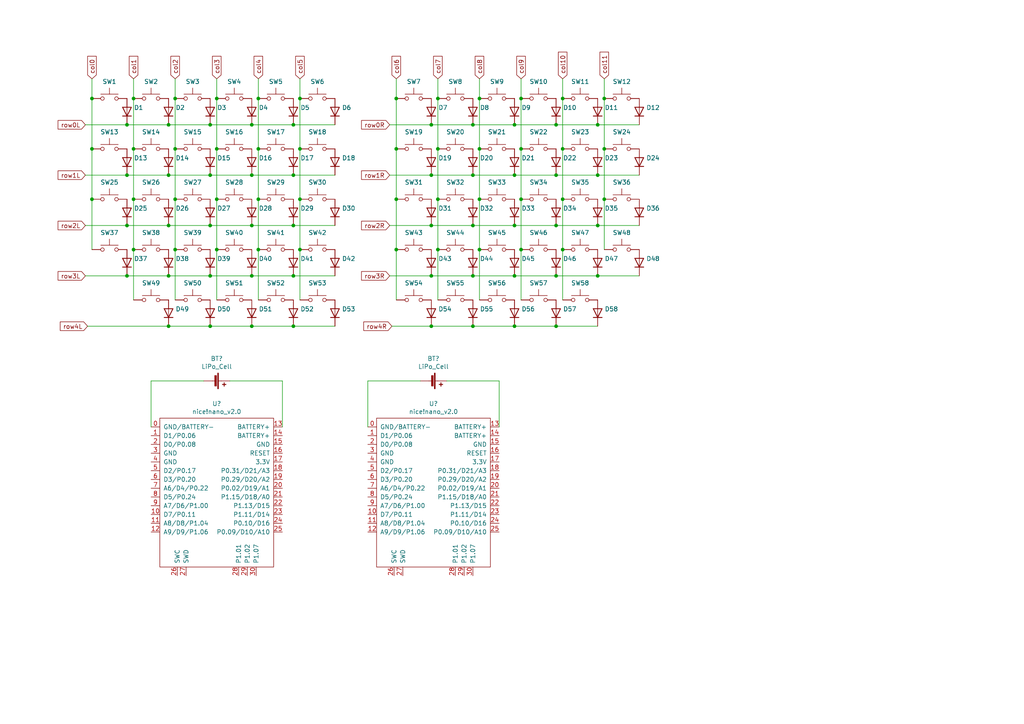
<source format=kicad_sch>
(kicad_sch (version 20211123) (generator eeschema)
  (paper "A4")
  (title_block (title "shckb") (date "2021-09-26") (rev "0.1") (company "Steven Eisinger"))
  (lib_symbols
    (symbol "shckb:D" (pin_numbers hide) (pin_names (offset 1.016) hide)
      (property "Reference" "D" (at 0 2.54 0))
      (property "Value" "shckb_D" (at 0 -2.54 0))
      (symbol "D_0_1"
        (polyline (pts (xy -1.27 1.27) (xy -1.27 -1.27)) (stroke (width 0.254)))
        (polyline (pts (xy 1.27 0) (xy -1.27 0)))
        (polyline (pts (xy 1.27 1.27) (xy 1.27 -1.27) (xy -1.27 0) (xy 1.27 1.27)) (stroke (width 0.254)))
      )
      (symbol "D_1_1"
        (pin passive line (at -3.81 0 0) (length 2.54) (name "K") (number "1"))
        (pin passive line (at 3.81 0 180) (length 2.54) (name "A") (number "2"))
      )
    )
    (symbol "shckb:LiPo_Cell" (pin_numbers hide) (pin_names (offset 0) hide)
      (property "Reference" "BT" (at 2.54 2.54 0))
      (property "Value" "shckb_LiPo_Cell" (at 2.54 0 0))
      (symbol "LiPo_Cell_0_1"
        (rectangle (start -2.286 1.778) (end 2.286 1.524) (fill (type outline)))
        (rectangle (start -1.5748 1.1938) (end 1.4732 0.6858) (fill (type outline)))
        (polyline (pts (xy 0 0.762) (xy 0 0)))
        (polyline (pts (xy 0 1.778) (xy 0 2.54)))
        (polyline (pts (xy 0.508 3.429) (xy 1.524 3.429)) (stroke (width 0.254)))
        (polyline (pts (xy 1.016 3.937) (xy 1.016 2.921)) (stroke (width 0.254)))
      )
      (symbol "LiPo_Cell_1_1"
        (pin passive line (at 0 5.08 270) (length 2.54) (name "+") (number "1"))
        (pin passive line (at 0 -2.54 90) (length 2.54) (name "-") (number "2"))
      )
    )
    (symbol "shckb:SW_Keyboard" (pin_numbers hide) (pin_names (offset 1.016) hide)
      (property "Reference" "SW" (at 1.27 2.54 0))
      (property "Value" "shckb_SW_Keyboard" (at 0 -1.524 0))
      (symbol "SW_Keyboard_0_1"
        (circle (center -2.032 0) (radius 0.508))
        (polyline (pts (xy 0 1.27) (xy 0 3.048)))
        (polyline (pts (xy 2.54 1.27) (xy -2.54 1.27)))
        (circle (center 2.032 0) (radius 0.508))
        (pin passive line (at -5.08 0 0) (length 2.54) (name "1") (number "1"))
        (pin passive line (at 5.08 0 180) (length 2.54) (name "2") (number "2"))
      )
    )
    (symbol "shckb:nice!nano_v2.0" (pin_names (offset 1.016))
      (property "Reference" "U" (at -15.24 22.86 0))
      (property "Value" "shckb_nice!nano_v2.0" (at 8.89 22.86 0))
      (symbol "nice!nano_v2.0_0_1"
        (rectangle (start -16.51 -21.59) (end 16.51 21.59))
      )
      (symbol "nice!nano_v2.0_1_1"
        (pin power_in line (at -19.05 19.05 0) (length 2.54) (name "GND/BATTERY-") (number "0"))
        (pin input line (at -19.05 16.51 0) (length 2.54) (name "D1/P0.06") (number "1"))
        (pin input line (at -19.05 -6.35 0) (length 2.54) (name "D7/P0.11") (number "10"))
        (pin input line (at -19.05 -8.89 0) (length 2.54) (name "A8/D8/P1.04") (number "11"))
        (pin input line (at -19.05 -11.43 0) (length 2.54) (name "A9/D9/P1.06") (number "12"))
        (pin power_in line (at 19.05 19.05 180) (length 2.54) (name "BATTERY+") (number "13"))
        (pin power_in line (at 19.05 16.51 180) (length 2.54) (name "BATTERY+") (number "14"))
        (pin power_in line (at 19.05 13.97 180) (length 2.54) (name "GND") (number "15"))
        (pin input line (at 19.05 11.43 180) (length 2.54) (name "RESET") (number "16"))
        (pin power_out line (at 19.05 8.89 180) (length 2.54) (name "3.3V~{}") (number "17"))
        (pin input line (at 19.05 6.35 180) (length 2.54) (name "P0.31/D21/A3~{}") (number "18"))
        (pin input line (at 19.05 3.81 180) (length 2.54) (name "P0.29/D20/A2") (number "19"))
        (pin input line (at -19.05 13.97 0) (length 2.54) (name "D0/P0.08") (number "2"))
        (pin input line (at 19.05 1.27 180) (length 2.54) (name "P0.02/D19/A1") (number "20"))
        (pin input line (at 19.05 -1.27 180) (length 2.54) (name "P1.15/D18/A0") (number "21"))
        (pin input line (at 19.05 -3.81 180) (length 2.54) (name "P1.13/D15") (number "22"))
        (pin input line (at 19.05 -6.35 180) (length 2.54) (name "P1.11/D14") (number "23"))
        (pin input line (at 19.05 -8.89 180) (length 2.54) (name "P0.10/D16") (number "24"))
        (pin input line (at 19.05 -11.43 180) (length 2.54) (name "P0.09/D10/A10") (number "25"))
        (pin input line (at -11.43 -24.13 90) (length 2.54) (name "SWC") (number "26"))
        (pin input line (at -8.89 -24.13 90) (length 2.54) (name "SWD") (number "27"))
        (pin input line (at 6.35 -24.13 90) (length 2.54) (name "P1.01") (number "28"))
        (pin input line (at 8.89 -24.13 90) (length 2.54) (name "P1.02") (number "29"))
        (pin power_in line (at -19.05 11.43 0) (length 2.54) (name "GND") (number "3"))
        (pin input line (at 11.43 -24.13 90) (length 2.54) (name "P1.07") (number "30"))
        (pin power_in line (at -19.05 8.89 0) (length 2.54) (name "GND") (number "4"))
        (pin input line (at -19.05 6.35 0) (length 2.54) (name "D2/P0.17") (number "5"))
        (pin input line (at -19.05 3.81 0) (length 2.54) (name "D3/P0.20") (number "6"))
        (pin input line (at -19.05 1.27 0) (length 2.54) (name "A6/D4/P0.22") (number "7"))
        (pin input line (at -19.05 -1.27 0) (length 2.54) (name "D5/P0.24") (number "8"))
        (pin input line (at -19.05 -3.81 0) (length 2.54) (name "A7/D6/P1.00") (number "9"))
      )
    )
  )
  (junction (at 151.13 72.39))
  (junction (at 85.09 50.8))
  (junction (at 161.29 94.615))
  (junction (at 60.96 80.01))
  (junction (at 163.195 57.785))
  (junction (at 137.16 80.01))
  (junction (at 151.13 43.18))
  (junction (at 125.095 80.01))
  (junction (at 151.13 28.575))
  (junction (at 74.93 72.39))
  (junction (at 114.935 72.39))
  (junction (at 73.025 50.8))
  (junction (at 73.025 65.405))
  (junction (at 48.895 80.01))
  (junction (at 137.16 94.615))
  (junction (at 125.095 94.615))
  (junction (at 74.93 43.18))
  (junction (at 149.225 36.195))
  (junction (at 173.355 65.405))
  (junction (at 48.895 65.405))
  (junction (at 38.735 57.785))
  (junction (at 149.225 94.615))
  (junction (at 60.96 50.8))
  (junction (at 127 43.18))
  (junction (at 48.895 36.195))
  (junction (at 175.26 28.575))
  (junction (at 114.935 43.18))
  (junction (at 50.8 57.785))
  (junction (at 62.865 28.575))
  (junction (at 161.29 36.195))
  (junction (at 62.865 43.18))
  (junction (at 127 28.575))
  (junction (at 62.865 72.39))
  (junction (at 139.065 72.39))
  (junction (at 163.195 72.39))
  (junction (at 163.195 28.575))
  (junction (at 60.96 36.195))
  (junction (at 36.83 80.01))
  (junction (at 86.995 28.575))
  (junction (at 114.935 28.575))
  (junction (at 139.065 43.18))
  (junction (at 114.935 57.785))
  (junction (at 73.025 80.01))
  (junction (at 127 57.785))
  (junction (at 137.16 65.405))
  (junction (at 137.16 36.195))
  (junction (at 137.16 50.8))
  (junction (at 149.225 50.8))
  (junction (at 163.195 43.18))
  (junction (at 175.26 43.18))
  (junction (at 48.895 94.615))
  (junction (at 50.8 72.39))
  (junction (at 38.735 28.575))
  (junction (at 161.29 65.405))
  (junction (at 60.96 94.615))
  (junction (at 149.225 65.405))
  (junction (at 36.83 50.8))
  (junction (at 26.67 43.18))
  (junction (at 50.8 28.575))
  (junction (at 38.735 43.18))
  (junction (at 86.995 72.39))
  (junction (at 26.67 57.785))
  (junction (at 36.83 65.405))
  (junction (at 175.26 57.785))
  (junction (at 85.09 65.405))
  (junction (at 60.96 65.405))
  (junction (at 74.93 57.785))
  (junction (at 139.065 28.575))
  (junction (at 74.93 28.575))
  (junction (at 173.355 50.8))
  (junction (at 151.13 57.785))
  (junction (at 50.8 43.18))
  (junction (at 73.025 36.195))
  (junction (at 125.095 36.195))
  (junction (at 38.735 72.39))
  (junction (at 48.895 50.8))
  (junction (at 127 72.39))
  (junction (at 86.995 57.785))
  (junction (at 85.09 36.195))
  (junction (at 26.67 28.575))
  (junction (at 62.865 57.785))
  (junction (at 139.065 57.785))
  (junction (at 36.83 36.195))
  (junction (at 149.225 80.01))
  (junction (at 161.29 80.01))
  (junction (at 73.025 94.615))
  (junction (at 161.29 50.8))
  (junction (at 125.095 50.8))
  (junction (at 173.355 80.01))
  (junction (at 173.355 36.195))
  (junction (at 86.995 43.18))
  (junction (at 85.09 80.01))
  (junction (at 85.09 94.615))
  (junction (at 125.095 65.405))
  (wire (pts (xy 50.8 57.785) (xy 50.8 72.39)))
  (wire (pts (xy 50.8 28.575) (xy 50.8 43.18)))
  (wire (pts (xy 73.025 65.405) (xy 60.96 65.405)))
  (wire (pts (xy 175.26 43.18) (xy 175.26 28.575)))
  (wire (pts (xy 74.93 72.39) (xy 74.93 86.995)))
  (wire (pts (xy 62.865 72.39) (xy 62.865 57.785)))
  (wire (pts (xy 74.93 28.575) (xy 74.93 43.18)))
  (wire (pts (xy 163.195 28.575) (xy 163.195 43.18)))
  (wire (pts (xy 125.095 50.8) (xy 113.03 50.8)))
  (wire (pts (xy 137.16 94.615) (xy 125.095 94.615)))
  (wire (pts (xy 74.93 28.575) (xy 74.93 22.86)))
  (wire (pts (xy 127 86.995) (xy 127 72.39)))
  (wire (pts (xy 50.8 43.18) (xy 50.8 57.785)))
  (wire (pts (xy 161.29 36.195) (xy 149.225 36.195)))
  (wire (pts (xy 185.42 65.405) (xy 173.355 65.405)))
  (wire (pts (xy 106.68 110.49) (xy 106.68 123.825)))
  (wire (pts (xy 127 72.39) (xy 127 57.785)))
  (wire (pts (xy 151.13 57.785) (xy 151.13 43.18)))
  (wire (pts (xy 48.895 65.405) (xy 36.83 65.405)))
  (wire (pts (xy 139.065 43.18) (xy 139.065 57.785)))
  (wire (pts (xy 62.865 86.995) (xy 62.865 72.39)))
  (wire (pts (xy 149.225 65.405) (xy 137.16 65.405)))
  (wire (pts (xy 38.735 43.18) (xy 38.735 28.575)))
  (wire (pts (xy 137.16 80.01) (xy 125.095 80.01)))
  (wire (pts (xy 173.355 65.405) (xy 161.29 65.405)))
  (wire (pts (xy 86.995 43.18) (xy 86.995 28.575)))
  (wire (pts (xy 60.96 94.615) (xy 48.895 94.615)))
  (wire (pts (xy 163.195 43.18) (xy 163.195 57.785)))
  (wire (pts (xy 114.935 28.575) (xy 114.935 43.18)))
  (wire (pts (xy 106.68 110.49) (xy 121.92 110.49)))
  (wire (pts (xy 85.09 94.615) (xy 97.155 94.615)))
  (wire (pts (xy 185.42 36.195) (xy 173.355 36.195)))
  (wire (pts (xy 125.095 36.195) (xy 113.03 36.195)))
  (wire (pts (xy 139.065 86.995) (xy 139.065 72.39)))
  (wire (pts (xy 185.42 80.01) (xy 173.355 80.01)))
  (wire (pts (xy 26.67 43.18) (xy 26.67 57.785)))
  (wire (pts (xy 66.675 110.49) (xy 81.915 110.49)))
  (wire (pts (xy 62.865 43.18) (xy 62.865 28.575)))
  (wire (pts (xy 149.225 36.195) (xy 137.16 36.195)))
  (wire (pts (xy 163.195 57.785) (xy 163.195 72.39)))
  (wire (pts (xy 73.025 94.615) (xy 60.96 94.615)))
  (wire (pts (xy 36.83 50.8) (xy 24.765 50.8)))
  (wire (pts (xy 114.935 22.86) (xy 114.935 28.575)))
  (wire (pts (xy 50.8 28.575) (xy 50.8 22.86)))
  (wire (pts (xy 38.735 86.995) (xy 38.735 72.39)))
  (wire (pts (xy 73.025 80.01) (xy 60.96 80.01)))
  (wire (pts (xy 25.4 94.615) (xy 48.895 94.615)))
  (wire (pts (xy 139.065 28.575) (xy 139.065 43.18)))
  (wire (pts (xy 125.095 65.405) (xy 113.03 65.405)))
  (wire (pts (xy 86.995 57.785) (xy 86.995 43.18)))
  (wire (pts (xy 73.025 36.195) (xy 60.96 36.195)))
  (wire (pts (xy 175.26 72.39) (xy 175.26 57.785)))
  (wire (pts (xy 38.735 72.39) (xy 38.735 57.785)))
  (wire (pts (xy 26.67 57.785) (xy 26.67 72.39)))
  (wire (pts (xy 161.29 65.405) (xy 149.225 65.405)))
  (wire (pts (xy 144.78 110.49) (xy 144.78 123.825)))
  (wire (pts (xy 50.8 86.995) (xy 50.8 72.39)))
  (wire (pts (xy 173.355 50.8) (xy 161.29 50.8)))
  (wire (pts (xy 48.895 50.8) (xy 36.83 50.8)))
  (wire (pts (xy 48.895 36.195) (xy 36.83 36.195)))
  (wire (pts (xy 86.995 72.39) (xy 86.995 57.785)))
  (wire (pts (xy 139.065 28.575) (xy 139.065 22.86)))
  (wire (pts (xy 151.13 28.575) (xy 151.13 22.86)))
  (wire (pts (xy 85.09 65.405) (xy 73.025 65.405)))
  (wire (pts (xy 86.995 28.575) (xy 86.995 22.86)))
  (wire (pts (xy 127 43.18) (xy 127 28.575)))
  (wire (pts (xy 38.735 28.575) (xy 38.735 22.86)))
  (wire (pts (xy 125.095 94.615) (xy 113.665 94.615)))
  (wire (pts (xy 151.13 86.995) (xy 151.13 72.39)))
  (wire (pts (xy 97.155 65.405) (xy 85.09 65.405)))
  (wire (pts (xy 161.29 94.615) (xy 149.225 94.615)))
  (wire (pts (xy 127 28.575) (xy 127 22.86)))
  (wire (pts (xy 163.195 72.39) (xy 163.195 86.995)))
  (wire (pts (xy 185.42 50.8) (xy 173.355 50.8)))
  (wire (pts (xy 127 57.785) (xy 127 43.18)))
  (wire (pts (xy 62.865 28.575) (xy 62.865 22.86)))
  (wire (pts (xy 85.09 36.195) (xy 73.025 36.195)))
  (wire (pts (xy 85.09 80.01) (xy 73.025 80.01)))
  (wire (pts (xy 161.29 50.8) (xy 149.225 50.8)))
  (wire (pts (xy 36.83 80.01) (xy 24.765 80.01)))
  (wire (pts (xy 60.96 80.01) (xy 48.895 80.01)))
  (wire (pts (xy 125.095 80.01) (xy 113.03 80.01)))
  (wire (pts (xy 26.67 22.86) (xy 26.67 28.575)))
  (wire (pts (xy 139.065 57.785) (xy 139.065 72.39)))
  (wire (pts (xy 60.96 36.195) (xy 48.895 36.195)))
  (wire (pts (xy 85.09 50.8) (xy 73.025 50.8)))
  (wire (pts (xy 74.93 57.785) (xy 74.93 72.39)))
  (wire (pts (xy 81.915 110.49) (xy 81.915 123.825)))
  (wire (pts (xy 114.935 57.785) (xy 114.935 72.39)))
  (wire (pts (xy 173.355 94.615) (xy 161.29 94.615)))
  (wire (pts (xy 173.355 80.01) (xy 161.29 80.01)))
  (wire (pts (xy 175.26 28.575) (xy 175.26 22.86)))
  (wire (pts (xy 163.195 28.575) (xy 163.195 22.86)))
  (wire (pts (xy 97.155 50.8) (xy 85.09 50.8)))
  (wire (pts (xy 161.29 80.01) (xy 149.225 80.01)))
  (wire (pts (xy 175.26 57.785) (xy 175.26 43.18)))
  (wire (pts (xy 149.225 94.615) (xy 137.16 94.615)))
  (wire (pts (xy 114.935 43.18) (xy 114.935 57.785)))
  (wire (pts (xy 149.225 80.01) (xy 137.16 80.01)))
  (wire (pts (xy 173.355 36.195) (xy 161.29 36.195)))
  (wire (pts (xy 97.155 80.01) (xy 85.09 80.01)))
  (wire (pts (xy 26.67 28.575) (xy 26.67 43.18)))
  (wire (pts (xy 60.96 65.405) (xy 48.895 65.405)))
  (wire (pts (xy 137.16 65.405) (xy 125.095 65.405)))
  (wire (pts (xy 38.735 57.785) (xy 38.735 43.18)))
  (wire (pts (xy 85.09 94.615) (xy 73.025 94.615)))
  (wire (pts (xy 97.155 36.195) (xy 85.09 36.195)))
  (wire (pts (xy 62.865 57.785) (xy 62.865 43.18)))
  (wire (pts (xy 149.225 50.8) (xy 137.16 50.8)))
  (wire (pts (xy 60.96 50.8) (xy 48.895 50.8)))
  (wire (pts (xy 114.935 72.39) (xy 114.935 86.995)))
  (wire (pts (xy 151.13 72.39) (xy 151.13 57.785)))
  (wire (pts (xy 137.16 50.8) (xy 125.095 50.8)))
  (wire (pts (xy 36.83 65.405) (xy 24.765 65.405)))
  (wire (pts (xy 86.995 86.995) (xy 86.995 72.39)))
  (wire (pts (xy 48.895 80.01) (xy 36.83 80.01)))
  (wire (pts (xy 74.93 43.18) (xy 74.93 57.785)))
  (wire (pts (xy 151.13 43.18) (xy 151.13 28.575)))
  (wire (pts (xy 144.78 110.49) (xy 129.54 110.49)))
  (wire (pts (xy 43.815 110.49) (xy 43.815 123.825)))
  (wire (pts (xy 137.16 36.195) (xy 125.095 36.195)))
  (wire (pts (xy 59.055 110.49) (xy 43.815 110.49)))
  (wire (pts (xy 73.025 50.8) (xy 60.96 50.8)))
  (wire (pts (xy 36.83 36.195) (xy 24.765 36.195)))
  (global_label "row0R" (shape input) (at 113.03 36.195 180) (property "Intersheet References" "${INTERSHEET_REFS}" (effects hide)))
  (global_label "col5" (shape input) (at 86.995 22.86 90) (property "Intersheet References" "${INTERSHEET_REFS}" (effects hide)))
  (global_label "col8" (shape input) (at 139.065 22.86 90) (property "Intersheet References" "${INTERSHEET_REFS}" (effects hide)))
  (global_label "row2L" (shape input) (at 24.765 65.405 180) (property "Intersheet References" "${INTERSHEET_REFS}" (effects hide)))
  (global_label "col4" (shape input) (at 74.93 22.86 90) (property "Intersheet References" "${INTERSHEET_REFS}" (effects hide)))
  (global_label "col1" (shape input) (at 38.735 22.86 90) (property "Intersheet References" "${INTERSHEET_REFS}" (effects hide)))
  (global_label "row4L" (shape input) (at 25.4 94.615 180) (property "Intersheet References" "${INTERSHEET_REFS}" (effects hide)))
  (global_label "row1L" (shape input) (at 24.765 50.8 180) (property "Intersheet References" "${INTERSHEET_REFS}" (effects hide)))
  (global_label "row1R" (shape input) (at 113.03 50.8 180) (property "Intersheet References" "${INTERSHEET_REFS}" (effects hide)))
  (global_label "col6" (shape input) (at 114.935 22.86 90) (property "Intersheet References" "${INTERSHEET_REFS}" (effects hide)))
  (global_label "col9" (shape input) (at 151.13 22.86 90) (property "Intersheet References" "${INTERSHEET_REFS}" (effects hide)))
  (global_label "row2R" (shape input) (at 113.03 65.405 180) (property "Intersheet References" "${INTERSHEET_REFS}" (effects hide)))
  (global_label "col7" (shape input) (at 127 22.86 90) (property "Intersheet References" "${INTERSHEET_REFS}" (effects hide)))
  (global_label "row0L" (shape input) (at 24.765 36.195 180) (property "Intersheet References" "${INTERSHEET_REFS}" (effects hide)))
  (global_label "col11" (shape input) (at 175.26 22.86 90) (property "Intersheet References" "${INTERSHEET_REFS}" (effects hide)))
  (global_label "row3R" (shape input) (at 113.03 80.01 180) (property "Intersheet References" "${INTERSHEET_REFS}" (effects hide)))
  (global_label "col0" (shape input) (at 26.67 22.86 90) (property "Intersheet References" "${INTERSHEET_REFS}" (effects hide)))
  (global_label "col10" (shape input) (at 163.195 22.86 90) (property "Intersheet References" "${INTERSHEET_REFS}" (effects hide)))
  (global_label "row3L" (shape input) (at 24.765 80.01 180) (property "Intersheet References" "${INTERSHEET_REFS}" (effects hide)))
  (global_label "row4R" (shape input) (at 113.665 94.615 180) (property "Intersheet References" "${INTERSHEET_REFS}" (effects hide)))
  (global_label "col3" (shape input) (at 62.865 22.86 90) (property "Intersheet References" "${INTERSHEET_REFS}" (effects hide)))
  (global_label "col2" (shape input) (at 50.8 22.86 90) (property "Intersheet References" "${INTERSHEET_REFS}" (effects hide)))
  (symbol (lib_id "shckb:SW_Keyboard") (at 132.08 28.575 0) (unit 1)
    (property "Reference" "SW8" (at 132.08 23.6728 0))
    (property "Value" "SW_Keyboard" (effects hide))
  )
  (symbol (lib_id "shckb:SW_Keyboard") (at 144.145 28.575 0) (unit 1)
    (property "Reference" "SW9" (at 144.145 23.6728 0))
    (property "Value" "SW_Keyboard" (effects hide))
  )
  (symbol (lib_id "shckb:SW_Keyboard") (at 156.21 28.575 0) (unit 1)
    (property "Reference" "SW10" (at 156.21 23.6728 0))
    (property "Value" "SW_Keyboard" (effects hide))
  )
  (symbol (lib_id "shckb:SW_Keyboard") (at 168.275 28.575 0) (unit 1)
    (property "Reference" "SW11" (at 168.275 23.6728 0))
    (property "Value" "SW_Keyboard" (effects hide))
  )
  (symbol (lib_id "shckb:SW_Keyboard") (at 180.34 28.575 0) (unit 1)
    (property "Reference" "SW12" (at 180.34 23.6728 0))
    (property "Value" "SW_Keyboard" (effects hide))
  )
  (symbol (lib_id "shckb:SW_Keyboard") (at 120.015 28.575 0) (unit 1)
    (property "Reference" "SW7" (at 120.015 23.6728 0))
    (property "Value" "SW_Keyboard" (effects hide))
  )
  (symbol (lib_id "shckb:SW_Keyboard") (at 132.08 43.18 0) (unit 1)
    (property "Reference" "SW20" (at 132.08 38.2778 0))
    (property "Value" "SW_Keyboard" (effects hide))
  )
  (symbol (lib_id "shckb:SW_Keyboard") (at 144.145 43.18 0) (unit 1)
    (property "Reference" "SW21" (at 144.145 38.2778 0))
    (property "Value" "SW_Keyboard" (effects hide))
  )
  (symbol (lib_id "shckb:SW_Keyboard") (at 156.21 43.18 0) (unit 1)
    (property "Reference" "SW22" (at 156.21 38.2778 0))
    (property "Value" "SW_Keyboard" (effects hide))
  )
  (symbol (lib_id "shckb:SW_Keyboard") (at 168.275 43.18 0) (unit 1)
    (property "Reference" "SW23" (at 168.275 38.2778 0))
    (property "Value" "SW_Keyboard" (effects hide))
  )
  (symbol (lib_id "shckb:SW_Keyboard") (at 180.34 43.18 0) (unit 1)
    (property "Reference" "SW24" (at 180.34 38.2778 0))
    (property "Value" "SW_Keyboard" (effects hide))
  )
  (symbol (lib_id "shckb:SW_Keyboard") (at 120.015 43.18 0) (unit 1)
    (property "Reference" "SW19" (at 120.015 38.2778 0))
    (property "Value" "SW_Keyboard" (effects hide))
  )
  (symbol (lib_id "shckb:SW_Keyboard") (at 132.08 57.785 0) (unit 1)
    (property "Reference" "SW32" (at 132.08 52.8828 0))
    (property "Value" "SW_Keyboard" (effects hide))
  )
  (symbol (lib_id "shckb:SW_Keyboard") (at 144.145 57.785 0) (unit 1)
    (property "Reference" "SW33" (at 144.145 52.8828 0))
    (property "Value" "SW_Keyboard" (effects hide))
  )
  (symbol (lib_id "shckb:SW_Keyboard") (at 156.21 57.785 0) (unit 1)
    (property "Reference" "SW34" (at 156.21 52.8828 0))
    (property "Value" "SW_Keyboard" (effects hide))
  )
  (symbol (lib_id "shckb:SW_Keyboard") (at 168.275 57.785 0) (unit 1)
    (property "Reference" "SW35" (at 168.275 52.8828 0))
    (property "Value" "SW_Keyboard" (effects hide))
  )
  (symbol (lib_id "shckb:SW_Keyboard") (at 180.34 57.785 0) (unit 1)
    (property "Reference" "SW36" (at 180.34 52.8828 0))
    (property "Value" "SW_Keyboard" (effects hide))
  )
  (symbol (lib_id "shckb:SW_Keyboard") (at 120.015 57.785 0) (unit 1)
    (property "Reference" "SW31" (at 120.015 52.8828 0))
    (property "Value" "SW_Keyboard" (effects hide))
  )
  (symbol (lib_id "shckb:SW_Keyboard") (at 132.08 72.39 0) (unit 1)
    (property "Reference" "SW44" (at 132.08 67.4878 0))
    (property "Value" "SW_Keyboard" (effects hide))
  )
  (symbol (lib_id "shckb:SW_Keyboard") (at 144.145 72.39 0) (unit 1)
    (property "Reference" "SW45" (at 144.145 67.4878 0))
    (property "Value" "SW_Keyboard" (effects hide))
  )
  (symbol (lib_id "shckb:SW_Keyboard") (at 156.21 72.39 0) (unit 1)
    (property "Reference" "SW46" (at 156.21 67.4878 0))
    (property "Value" "SW_Keyboard" (effects hide))
  )
  (symbol (lib_id "shckb:SW_Keyboard") (at 168.275 72.39 0) (unit 1)
    (property "Reference" "SW47" (at 168.275 67.4878 0))
    (property "Value" "SW_Keyboard" (effects hide))
  )
  (symbol (lib_id "shckb:SW_Keyboard") (at 180.34 72.39 0) (unit 1)
    (property "Reference" "SW48" (at 180.34 67.4878 0))
    (property "Value" "SW_Keyboard" (effects hide))
  )
  (symbol (lib_id "shckb:SW_Keyboard") (at 120.015 72.39 0) (unit 1)
    (property "Reference" "SW43" (at 120.015 67.4878 0))
    (property "Value" "SW_Keyboard" (effects hide))
  )
  (symbol (lib_id "shckb:SW_Keyboard") (at 132.08 86.995 0) (unit 1)
    (property "Reference" "SW55" (at 132.08 82.0928 0))
    (property "Value" "SW_Keyboard" (effects hide))
  )
  (symbol (lib_id "shckb:SW_Keyboard") (at 144.145 86.995 0) (unit 1)
    (property "Reference" "SW56" (at 144.145 82.0928 0))
    (property "Value" "SW_Keyboard" (effects hide))
  )
  (symbol (lib_id "shckb:SW_Keyboard") (at 156.21 86.995 0) (unit 1)
    (property "Reference" "SW57" (at 156.21 82.0928 0))
    (property "Value" "SW_Keyboard" (effects hide))
  )
  (symbol (lib_id "shckb:SW_Keyboard") (at 168.275 86.995 0) (unit 1)
    (property "Reference" "SW58" (at 168.275 82.0928 0))
    (property "Value" "SW_Keyboard" (effects hide))
  )
  (symbol (lib_id "shckb:SW_Keyboard") (at 120.015 86.995 0) (unit 1)
    (property "Reference" "SW54" (at 120.015 82.0928 0))
    (property "Value" "SW_Keyboard" (effects hide))
  )
  (symbol (lib_id "shckb:D") (at 125.095 32.385 90) (unit 1)
    (property "Reference" "D7" (at 127.127 31.2166 90) (effects (justify right)))
    (property "Value" "D" (effects hide))
  )
  (symbol (lib_id "shckb:D") (at 137.16 32.385 90) (unit 1)
    (property "Reference" "D8" (at 139.192 31.2166 90) (effects (justify right)))
    (property "Value" "D" (effects hide))
  )
  (symbol (lib_id "shckb:D") (at 149.225 32.385 90) (unit 1)
    (property "Reference" "D9" (at 151.257 31.2166 90) (effects (justify right)))
    (property "Value" "D" (effects hide))
  )
  (symbol (lib_id "shckb:D") (at 161.29 32.385 90) (unit 1)
    (property "Reference" "D10" (at 163.322 31.2166 90) (effects (justify right)))
    (property "Value" "D" (effects hide))
  )
  (symbol (lib_id "shckb:D") (at 173.355 32.385 90) (unit 1)
    (property "Reference" "D11" (at 175.387 31.2166 90) (effects (justify right)))
    (property "Value" "D" (effects hide))
  )
  (symbol (lib_id "shckb:D") (at 185.42 32.385 90) (unit 1)
    (property "Reference" "D12" (at 187.452 31.2166 90) (effects (justify right)))
    (property "Value" "D" (effects hide))
  )
  (symbol (lib_id "shckb:D") (at 125.095 46.99 90) (unit 1)
    (property "Reference" "D19" (at 127.127 45.8216 90) (effects (justify right)))
    (property "Value" "D" (effects hide))
  )
  (symbol (lib_id "shckb:D") (at 137.16 46.99 90) (unit 1)
    (property "Reference" "D20" (at 139.192 45.8216 90) (effects (justify right)))
    (property "Value" "D" (effects hide))
  )
  (symbol (lib_id "shckb:D") (at 149.225 46.99 90) (unit 1)
    (property "Reference" "D21" (at 151.257 45.8216 90) (effects (justify right)))
    (property "Value" "D" (effects hide))
  )
  (symbol (lib_id "shckb:D") (at 161.29 46.99 90) (unit 1)
    (property "Reference" "D22" (at 163.322 45.8216 90) (effects (justify right)))
    (property "Value" "D" (effects hide))
  )
  (symbol (lib_id "shckb:D") (at 173.355 46.99 90) (unit 1)
    (property "Reference" "D23" (at 175.387 45.8216 90) (effects (justify right)))
    (property "Value" "D" (effects hide))
  )
  (symbol (lib_id "shckb:D") (at 185.42 46.99 90) (unit 1)
    (property "Reference" "D24" (at 187.452 45.8216 90) (effects (justify right)))
    (property "Value" "D" (effects hide))
  )
  (symbol (lib_id "shckb:D") (at 185.42 61.595 90) (unit 1)
    (property "Reference" "D36" (at 187.452 60.4266 90) (effects (justify right)))
    (property "Value" "D" (effects hide))
  )
  (symbol (lib_id "shckb:D") (at 173.355 61.595 90) (unit 1)
    (property "Reference" "D35" (at 175.387 60.4266 90) (effects (justify right)))
    (property "Value" "D" (effects hide))
  )
  (symbol (lib_id "shckb:D") (at 161.29 61.595 90) (unit 1)
    (property "Reference" "D34" (at 163.322 60.4266 90) (effects (justify right)))
    (property "Value" "D" (effects hide))
  )
  (symbol (lib_id "shckb:D") (at 149.225 61.595 90) (unit 1)
    (property "Reference" "D33" (at 151.257 60.4266 90) (effects (justify right)))
    (property "Value" "D" (effects hide))
  )
  (symbol (lib_id "shckb:D") (at 137.16 61.595 90) (unit 1)
    (property "Reference" "D32" (at 139.192 60.4266 90) (effects (justify right)))
    (property "Value" "D" (effects hide))
  )
  (symbol (lib_id "shckb:D") (at 125.095 61.595 90) (unit 1)
    (property "Reference" "D31" (at 127.127 60.4266 90) (effects (justify right)))
    (property "Value" "D" (effects hide))
  )
  (symbol (lib_id "shckb:D") (at 125.095 76.2 90) (unit 1)
    (property "Reference" "D43" (at 127.127 75.0316 90) (effects (justify right)))
    (property "Value" "D" (effects hide))
  )
  (symbol (lib_id "shckb:D") (at 137.16 76.2 90) (unit 1)
    (property "Reference" "D44" (at 139.192 75.0316 90) (effects (justify right)))
    (property "Value" "D" (effects hide))
  )
  (symbol (lib_id "shckb:D") (at 149.225 76.2 90) (unit 1)
    (property "Reference" "D45" (at 151.257 75.0316 90) (effects (justify right)))
    (property "Value" "D" (effects hide))
  )
  (symbol (lib_id "shckb:D") (at 161.29 76.2 90) (unit 1)
    (property "Reference" "D46" (at 163.322 75.0316 90) (effects (justify right)))
    (property "Value" "D" (effects hide))
  )
  (symbol (lib_id "shckb:D") (at 173.355 76.2 90) (unit 1)
    (property "Reference" "D47" (at 175.387 75.0316 90) (effects (justify right)))
    (property "Value" "D" (effects hide))
  )
  (symbol (lib_id "shckb:D") (at 185.42 76.2 90) (unit 1)
    (property "Reference" "D48" (at 187.452 75.0316 90) (effects (justify right)))
    (property "Value" "D" (effects hide))
  )
  (symbol (lib_id "shckb:D") (at 125.095 90.805 90) (unit 1)
    (property "Reference" "D54" (at 127.127 89.6366 90) (effects (justify right)))
    (property "Value" "D" (effects hide))
  )
  (symbol (lib_id "shckb:D") (at 137.16 90.805 90) (unit 1)
    (property "Reference" "D55" (at 139.192 89.6366 90) (effects (justify right)))
    (property "Value" "D" (effects hide))
  )
  (symbol (lib_id "shckb:D") (at 149.225 90.805 90) (unit 1)
    (property "Reference" "D56" (at 151.257 89.6366 90) (effects (justify right)))
    (property "Value" "D" (effects hide))
  )
  (symbol (lib_id "shckb:D") (at 161.29 90.805 90) (unit 1)
    (property "Reference" "D57" (at 163.322 89.6366 90) (effects (justify right)))
    (property "Value" "D" (effects hide))
  )
  (symbol (lib_id "shckb:D") (at 173.355 90.805 90) (unit 1)
    (property "Reference" "D58" (at 175.387 89.6366 90) (effects (justify right)))
    (property "Value" "D" (effects hide))
  )
  (symbol (lib_id "shckb:SW_Keyboard") (at 43.815 28.575 0) (unit 1)
    (property "Reference" "SW2" (at 43.815 23.6728 0))
    (property "Value" "SW_Keyboard" (effects hide))
  )
  (symbol (lib_id "shckb:SW_Keyboard") (at 55.88 28.575 0) (unit 1)
    (property "Reference" "SW3" (at 55.88 23.6728 0))
    (property "Value" "SW_Keyboard" (effects hide))
  )
  (symbol (lib_id "shckb:SW_Keyboard") (at 67.945 28.575 0) (unit 1)
    (property "Reference" "SW4" (at 67.945 23.6728 0))
    (property "Value" "SW_Keyboard" (effects hide))
  )
  (symbol (lib_id "shckb:SW_Keyboard") (at 80.01 28.575 0) (unit 1)
    (property "Reference" "SW5" (at 80.01 23.6728 0))
    (property "Value" "SW_Keyboard" (effects hide))
  )
  (symbol (lib_id "shckb:SW_Keyboard") (at 92.075 28.575 0) (unit 1)
    (property "Reference" "SW6" (at 92.075 23.6728 0))
    (property "Value" "SW_Keyboard" (effects hide))
  )
  (symbol (lib_id "shckb:SW_Keyboard") (at 31.75 28.575 0) (unit 1)
    (property "Reference" "SW1" (at 31.75 23.6728 0))
    (property "Value" "SW_Keyboard" (effects hide))
  )
  (symbol (lib_id "shckb:SW_Keyboard") (at 43.815 43.18 0) (unit 1)
    (property "Reference" "SW14" (at 43.815 38.2778 0))
    (property "Value" "SW_Keyboard" (effects hide))
  )
  (symbol (lib_id "shckb:SW_Keyboard") (at 55.88 43.18 0) (unit 1)
    (property "Reference" "SW15" (at 55.88 38.2778 0))
    (property "Value" "SW_Keyboard" (effects hide))
  )
  (symbol (lib_id "shckb:SW_Keyboard") (at 67.945 43.18 0) (unit 1)
    (property "Reference" "SW16" (at 67.945 38.2778 0))
    (property "Value" "SW_Keyboard" (effects hide))
  )
  (symbol (lib_id "shckb:SW_Keyboard") (at 80.01 43.18 0) (unit 1)
    (property "Reference" "SW17" (at 80.01 38.2778 0))
    (property "Value" "SW_Keyboard" (effects hide))
  )
  (symbol (lib_id "shckb:SW_Keyboard") (at 92.075 43.18 0) (unit 1)
    (property "Reference" "SW18" (at 92.075 38.2778 0))
    (property "Value" "SW_Keyboard" (effects hide))
  )
  (symbol (lib_id "shckb:SW_Keyboard") (at 31.75 43.18 0) (unit 1)
    (property "Reference" "SW13" (at 31.75 38.2778 0))
    (property "Value" "SW_Keyboard" (effects hide))
  )
  (symbol (lib_id "shckb:SW_Keyboard") (at 43.815 57.785 0) (unit 1)
    (property "Reference" "SW26" (at 43.815 52.8828 0))
    (property "Value" "SW_Keyboard" (effects hide))
  )
  (symbol (lib_id "shckb:SW_Keyboard") (at 55.88 57.785 0) (unit 1)
    (property "Reference" "SW27" (at 55.88 52.8828 0))
    (property "Value" "SW_Keyboard" (effects hide))
  )
  (symbol (lib_id "shckb:SW_Keyboard") (at 67.945 57.785 0) (unit 1)
    (property "Reference" "SW28" (at 67.945 52.8828 0))
    (property "Value" "SW_Keyboard" (effects hide))
  )
  (symbol (lib_id "shckb:SW_Keyboard") (at 80.01 57.785 0) (unit 1)
    (property "Reference" "SW29" (at 80.01 52.8828 0))
    (property "Value" "SW_Keyboard" (effects hide))
  )
  (symbol (lib_id "shckb:SW_Keyboard") (at 92.075 57.785 0) (unit 1)
    (property "Reference" "SW30" (at 92.075 52.8828 0))
    (property "Value" "SW_Keyboard" (effects hide))
  )
  (symbol (lib_id "shckb:SW_Keyboard") (at 31.75 57.785 0) (unit 1)
    (property "Reference" "SW25" (at 31.75 52.8828 0))
    (property "Value" "SW_Keyboard" (effects hide))
  )
  (symbol (lib_id "shckb:SW_Keyboard") (at 43.815 72.39 0) (unit 1)
    (property "Reference" "SW38" (at 43.815 67.4878 0))
    (property "Value" "SW_Keyboard" (effects hide))
  )
  (symbol (lib_id "shckb:SW_Keyboard") (at 55.88 72.39 0) (unit 1)
    (property "Reference" "SW39" (at 55.88 67.4878 0))
    (property "Value" "SW_Keyboard" (effects hide))
  )
  (symbol (lib_id "shckb:SW_Keyboard") (at 67.945 72.39 0) (unit 1)
    (property "Reference" "SW40" (at 67.945 67.4878 0))
    (property "Value" "SW_Keyboard" (effects hide))
  )
  (symbol (lib_id "shckb:SW_Keyboard") (at 80.01 72.39 0) (unit 1)
    (property "Reference" "SW41" (at 80.01 67.4878 0))
    (property "Value" "SW_Keyboard" (effects hide))
  )
  (symbol (lib_id "shckb:SW_Keyboard") (at 92.075 72.39 0) (unit 1)
    (property "Reference" "SW42" (at 92.075 67.4878 0))
    (property "Value" "SW_Keyboard" (effects hide))
  )
  (symbol (lib_id "shckb:SW_Keyboard") (at 31.75 72.39 0) (unit 1)
    (property "Reference" "SW37" (at 31.75 67.4878 0))
    (property "Value" "SW_Keyboard" (effects hide))
  )
  (symbol (lib_id "shckb:SW_Keyboard") (at 43.815 86.995 0) (unit 1)
    (property "Reference" "SW49" (at 43.815 82.0928 0))
    (property "Value" "SW_Keyboard" (effects hide))
  )
  (symbol (lib_id "shckb:SW_Keyboard") (at 55.88 86.995 0) (unit 1)
    (property "Reference" "SW50" (at 55.88 82.0928 0))
    (property "Value" "SW_Keyboard" (effects hide))
  )
  (symbol (lib_id "shckb:SW_Keyboard") (at 67.945 86.995 0) (unit 1)
    (property "Reference" "SW51" (at 67.945 82.0928 0))
    (property "Value" "SW_Keyboard" (effects hide))
  )
  (symbol (lib_id "shckb:SW_Keyboard") (at 80.01 86.995 0) (unit 1)
    (property "Reference" "SW52" (at 80.01 82.0928 0))
    (property "Value" "SW_Keyboard" (effects hide))
  )
  (symbol (lib_id "shckb:SW_Keyboard") (at 92.075 86.995 0) (unit 1)
    (property "Reference" "SW53" (at 92.075 82.0928 0))
    (property "Value" "SW_Keyboard" (effects hide))
  )
  (symbol (lib_id "shckb:D") (at 36.83 32.385 90) (unit 1)
    (property "Reference" "D1" (at 38.862 31.2166 90) (effects (justify right)))
    (property "Value" "D" (effects hide))
  )
  (symbol (lib_id "shckb:D") (at 48.895 32.385 90) (unit 1)
    (property "Reference" "D2" (at 50.927 31.2166 90) (effects (justify right)))
    (property "Value" "D" (effects hide))
  )
  (symbol (lib_id "shckb:D") (at 60.96 32.385 90) (unit 1)
    (property "Reference" "D3" (at 62.992 31.2166 90) (effects (justify right)))
    (property "Value" "D" (effects hide))
  )
  (symbol (lib_id "shckb:D") (at 73.025 32.385 90) (unit 1)
    (property "Reference" "D4" (at 75.057 31.2166 90) (effects (justify right)))
    (property "Value" "D" (effects hide))
  )
  (symbol (lib_id "shckb:D") (at 85.09 32.385 90) (unit 1)
    (property "Reference" "D5" (at 87.122 31.2166 90) (effects (justify right)))
    (property "Value" "D" (effects hide))
  )
  (symbol (lib_id "shckb:D") (at 97.155 32.385 90) (unit 1)
    (property "Reference" "D6" (at 99.187 31.2166 90) (effects (justify right)))
    (property "Value" "D" (effects hide))
  )
  (symbol (lib_id "shckb:D") (at 36.83 46.99 90) (unit 1)
    (property "Reference" "D13" (at 38.862 45.8216 90) (effects (justify right)))
    (property "Value" "D" (effects hide))
  )
  (symbol (lib_id "shckb:D") (at 48.895 46.99 90) (unit 1)
    (property "Reference" "D14" (at 50.927 45.8216 90) (effects (justify right)))
    (property "Value" "D" (effects hide))
  )
  (symbol (lib_id "shckb:D") (at 60.96 46.99 90) (unit 1)
    (property "Reference" "D15" (at 62.992 45.8216 90) (effects (justify right)))
    (property "Value" "D" (effects hide))
  )
  (symbol (lib_id "shckb:D") (at 73.025 46.99 90) (unit 1)
    (property "Reference" "D16" (at 75.057 45.8216 90) (effects (justify right)))
    (property "Value" "D" (effects hide))
  )
  (symbol (lib_id "shckb:D") (at 85.09 46.99 90) (unit 1)
    (property "Reference" "D17" (at 87.122 45.8216 90) (effects (justify right)))
    (property "Value" "D" (effects hide))
  )
  (symbol (lib_id "shckb:D") (at 97.155 46.99 90) (unit 1)
    (property "Reference" "D18" (at 99.187 45.8216 90) (effects (justify right)))
    (property "Value" "D" (effects hide))
  )
  (symbol (lib_id "shckb:D") (at 97.155 61.595 90) (unit 1)
    (property "Reference" "D30" (at 99.187 60.4266 90) (effects (justify right)))
    (property "Value" "D" (effects hide))
  )
  (symbol (lib_id "shckb:D") (at 85.09 61.595 90) (unit 1)
    (property "Reference" "D29" (at 87.122 60.4266 90) (effects (justify right)))
    (property "Value" "D" (effects hide))
  )
  (symbol (lib_id "shckb:D") (at 73.025 61.595 90) (unit 1)
    (property "Reference" "D28" (at 75.057 60.4266 90) (effects (justify right)))
    (property "Value" "D" (effects hide))
  )
  (symbol (lib_id "shckb:D") (at 60.96 61.595 90) (unit 1)
    (property "Reference" "D27" (at 62.992 60.4266 90) (effects (justify right)))
    (property "Value" "D" (effects hide))
  )
  (symbol (lib_id "shckb:D") (at 48.895 61.595 90) (unit 1)
    (property "Reference" "D26" (at 50.927 60.4266 90) (effects (justify right)))
    (property "Value" "D" (effects hide))
  )
  (symbol (lib_id "shckb:D") (at 36.83 61.595 90) (unit 1)
    (property "Reference" "D25" (at 38.862 60.4266 90) (effects (justify right)))
    (property "Value" "D" (effects hide))
  )
  (symbol (lib_id "shckb:D") (at 36.83 76.2 90) (unit 1)
    (property "Reference" "D37" (at 38.862 75.0316 90) (effects (justify right)))
    (property "Value" "D" (effects hide))
  )
  (symbol (lib_id "shckb:D") (at 48.895 76.2 90) (unit 1)
    (property "Reference" "D38" (at 50.927 75.0316 90) (effects (justify right)))
    (property "Value" "D" (effects hide))
  )
  (symbol (lib_id "shckb:D") (at 60.96 76.2 90) (unit 1)
    (property "Reference" "D39" (at 62.992 75.0316 90) (effects (justify right)))
    (property "Value" "D" (effects hide))
  )
  (symbol (lib_id "shckb:D") (at 73.025 76.2 90) (unit 1)
    (property "Reference" "D40" (at 75.057 75.0316 90) (effects (justify right)))
    (property "Value" "D" (effects hide))
  )
  (symbol (lib_id "shckb:D") (at 85.09 76.2 90) (unit 1)
    (property "Reference" "D41" (at 87.122 75.0316 90) (effects (justify right)))
    (property "Value" "D" (effects hide))
  )
  (symbol (lib_id "shckb:D") (at 97.155 76.2 90) (unit 1)
    (property "Reference" "D42" (at 99.187 75.0316 90) (effects (justify right)))
    (property "Value" "D" (effects hide))
  )
  (symbol (lib_id "shckb:D") (at 97.155 90.805 90) (unit 1)
    (property "Reference" "D53" (at 99.187 89.6366 90) (effects (justify right)))
    (property "Value" "D" (effects hide))
  )
  (symbol (lib_id "shckb:D") (at 48.895 90.805 90) (unit 1)
    (property "Reference" "D49" (at 50.927 89.6366 90) (effects (justify right)))
    (property "Value" "D" (effects hide))
  )
  (symbol (lib_id "shckb:D") (at 60.96 90.805 90) (unit 1)
    (property "Reference" "D50" (at 62.992 89.6366 90) (effects (justify right)))
    (property "Value" "D" (effects hide))
  )
  (symbol (lib_id "shckb:D") (at 73.025 90.805 90) (unit 1)
    (property "Reference" "D51" (at 75.057 89.6366 90) (effects (justify right)))
    (property "Value" "D" (effects hide))
  )
  (symbol (lib_id "shckb:D") (at 85.09 90.805 90) (unit 1)
    (property "Reference" "D52" (at 87.122 89.6366 90) (effects (justify right)))
    (property "Value" "D" (effects hide))
  )
  (symbol (lib_id "shckb:nice!nano_v2.0") (at 62.865 142.875 0) (unit 1)
    (property "Reference" "U?" (at 62.865 117.094 0))
    (property "Value" "nice!nano_v2.0" (at 62.865 119.4054 0))
  )
  (symbol (lib_id "shckb:nice!nano_v2.0") (at 125.73 142.875 0) (unit 1)
    (property "Reference" "U?" (at 125.73 117.094 0))
    (property "Value" "nice!nano_v2.0" (at 125.73 119.4054 0))
  )
  (symbol (lib_id "shckb:LiPo_Cell") (at 61.595 110.49 270) (unit 1)
    (property "Reference" "BT?" (at 62.865 104.013 90))
    (property "Value" "LiPo_Cell" (at 62.865 106.3244 90))
  )
  (symbol (lib_id "shckb:LiPo_Cell") (at 124.46 110.49 270) (unit 1)
    (property "Reference" "BT?" (at 125.73 104.013 90))
    (property "Value" "LiPo_Cell" (at 125.73 106.3244 90))
  )
)
</source>
